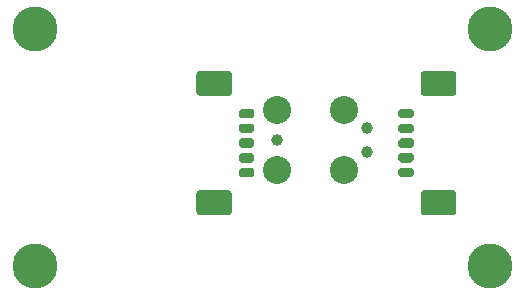
<source format=gbr>
%TF.GenerationSoftware,KiCad,Pcbnew,(5.1.12)-1*%
%TF.CreationDate,2023-04-24T20:04:47-05:00*%
%TF.ProjectId,Tag Connector,54616720-436f-46e6-9e65-63746f722e6b,rev?*%
%TF.SameCoordinates,Original*%
%TF.FileFunction,Soldermask,Bot*%
%TF.FilePolarity,Negative*%
%FSLAX46Y46*%
G04 Gerber Fmt 4.6, Leading zero omitted, Abs format (unit mm)*
G04 Created by KiCad (PCBNEW (5.1.12)-1) date 2023-04-24 20:04:47*
%MOMM*%
%LPD*%
G01*
G04 APERTURE LIST*
%ADD10C,3.800000*%
%ADD11C,2.600000*%
%ADD12C,2.374900*%
%ADD13C,0.990600*%
G04 APERTURE END LIST*
D10*
%TO.C,*%
X136885680Y-57561440D03*
D11*
X136885680Y-57561440D03*
%TD*%
D10*
%TO.C,REF\u002A\u002A*%
X175385679Y-77561440D03*
D11*
X175385679Y-77561440D03*
%TD*%
D10*
%TO.C,REF\u002A\u002A*%
X175385679Y-57561440D03*
D11*
X175385679Y-57561440D03*
%TD*%
%TO.C,REF\u002A\u002A*%
X136885680Y-77561440D03*
D10*
X136885680Y-77561440D03*
%TD*%
%TO.C,J2*%
G36*
G01*
X169805160Y-71193160D02*
X172305160Y-71193160D01*
G75*
G02*
X172555160Y-71443160I0J-250000D01*
G01*
X172555160Y-73043160D01*
G75*
G02*
X172305160Y-73293160I-250000J0D01*
G01*
X169805160Y-73293160D01*
G75*
G02*
X169555160Y-73043160I0J250000D01*
G01*
X169555160Y-71443160D01*
G75*
G02*
X169805160Y-71193160I250000J0D01*
G01*
G37*
G36*
G01*
X169805160Y-61093160D02*
X172305160Y-61093160D01*
G75*
G02*
X172555160Y-61343160I0J-250000D01*
G01*
X172555160Y-62943160D01*
G75*
G02*
X172305160Y-63193160I-250000J0D01*
G01*
X169805160Y-63193160D01*
G75*
G02*
X169555160Y-62943160I0J250000D01*
G01*
X169555160Y-61343160D01*
G75*
G02*
X169805160Y-61093160I250000J0D01*
G01*
G37*
G36*
G01*
X167855160Y-69293160D02*
X168755160Y-69293160D01*
G75*
G02*
X168955160Y-69493160I0J-200000D01*
G01*
X168955160Y-69893160D01*
G75*
G02*
X168755160Y-70093160I-200000J0D01*
G01*
X167855160Y-70093160D01*
G75*
G02*
X167655160Y-69893160I0J200000D01*
G01*
X167655160Y-69493160D01*
G75*
G02*
X167855160Y-69293160I200000J0D01*
G01*
G37*
G36*
G01*
X167855160Y-68043160D02*
X168755160Y-68043160D01*
G75*
G02*
X168955160Y-68243160I0J-200000D01*
G01*
X168955160Y-68643160D01*
G75*
G02*
X168755160Y-68843160I-200000J0D01*
G01*
X167855160Y-68843160D01*
G75*
G02*
X167655160Y-68643160I0J200000D01*
G01*
X167655160Y-68243160D01*
G75*
G02*
X167855160Y-68043160I200000J0D01*
G01*
G37*
G36*
G01*
X167855160Y-66793160D02*
X168755160Y-66793160D01*
G75*
G02*
X168955160Y-66993160I0J-200000D01*
G01*
X168955160Y-67393160D01*
G75*
G02*
X168755160Y-67593160I-200000J0D01*
G01*
X167855160Y-67593160D01*
G75*
G02*
X167655160Y-67393160I0J200000D01*
G01*
X167655160Y-66993160D01*
G75*
G02*
X167855160Y-66793160I200000J0D01*
G01*
G37*
G36*
G01*
X167855160Y-65543160D02*
X168755160Y-65543160D01*
G75*
G02*
X168955160Y-65743160I0J-200000D01*
G01*
X168955160Y-66143160D01*
G75*
G02*
X168755160Y-66343160I-200000J0D01*
G01*
X167855160Y-66343160D01*
G75*
G02*
X167655160Y-66143160I0J200000D01*
G01*
X167655160Y-65743160D01*
G75*
G02*
X167855160Y-65543160I200000J0D01*
G01*
G37*
G36*
G01*
X167855160Y-64293160D02*
X168755160Y-64293160D01*
G75*
G02*
X168955160Y-64493160I0J-200000D01*
G01*
X168955160Y-64893160D01*
G75*
G02*
X168755160Y-65093160I-200000J0D01*
G01*
X167855160Y-65093160D01*
G75*
G02*
X167655160Y-64893160I0J200000D01*
G01*
X167655160Y-64493160D01*
G75*
G02*
X167855160Y-64293160I200000J0D01*
G01*
G37*
%TD*%
D12*
%TO.C,JTAG1*%
X163078160Y-64399160D03*
X163078160Y-69479160D03*
X157363160Y-69479160D03*
X157363160Y-64399160D03*
D13*
X157363160Y-66939160D03*
X164983160Y-67955160D03*
X164983160Y-65923160D03*
%TD*%
%TO.C,J1*%
G36*
G01*
X155253160Y-70093160D02*
X154353160Y-70093160D01*
G75*
G02*
X154153160Y-69893160I0J200000D01*
G01*
X154153160Y-69493160D01*
G75*
G02*
X154353160Y-69293160I200000J0D01*
G01*
X155253160Y-69293160D01*
G75*
G02*
X155453160Y-69493160I0J-200000D01*
G01*
X155453160Y-69893160D01*
G75*
G02*
X155253160Y-70093160I-200000J0D01*
G01*
G37*
G36*
G01*
X155253160Y-68843160D02*
X154353160Y-68843160D01*
G75*
G02*
X154153160Y-68643160I0J200000D01*
G01*
X154153160Y-68243160D01*
G75*
G02*
X154353160Y-68043160I200000J0D01*
G01*
X155253160Y-68043160D01*
G75*
G02*
X155453160Y-68243160I0J-200000D01*
G01*
X155453160Y-68643160D01*
G75*
G02*
X155253160Y-68843160I-200000J0D01*
G01*
G37*
G36*
G01*
X155253160Y-67593160D02*
X154353160Y-67593160D01*
G75*
G02*
X154153160Y-67393160I0J200000D01*
G01*
X154153160Y-66993160D01*
G75*
G02*
X154353160Y-66793160I200000J0D01*
G01*
X155253160Y-66793160D01*
G75*
G02*
X155453160Y-66993160I0J-200000D01*
G01*
X155453160Y-67393160D01*
G75*
G02*
X155253160Y-67593160I-200000J0D01*
G01*
G37*
G36*
G01*
X155253160Y-66343160D02*
X154353160Y-66343160D01*
G75*
G02*
X154153160Y-66143160I0J200000D01*
G01*
X154153160Y-65743160D01*
G75*
G02*
X154353160Y-65543160I200000J0D01*
G01*
X155253160Y-65543160D01*
G75*
G02*
X155453160Y-65743160I0J-200000D01*
G01*
X155453160Y-66143160D01*
G75*
G02*
X155253160Y-66343160I-200000J0D01*
G01*
G37*
G36*
G01*
X155253160Y-65093160D02*
X154353160Y-65093160D01*
G75*
G02*
X154153160Y-64893160I0J200000D01*
G01*
X154153160Y-64493160D01*
G75*
G02*
X154353160Y-64293160I200000J0D01*
G01*
X155253160Y-64293160D01*
G75*
G02*
X155453160Y-64493160I0J-200000D01*
G01*
X155453160Y-64893160D01*
G75*
G02*
X155253160Y-65093160I-200000J0D01*
G01*
G37*
G36*
G01*
X153303160Y-73293160D02*
X150803160Y-73293160D01*
G75*
G02*
X150553160Y-73043160I0J250000D01*
G01*
X150553160Y-71443160D01*
G75*
G02*
X150803160Y-71193160I250000J0D01*
G01*
X153303160Y-71193160D01*
G75*
G02*
X153553160Y-71443160I0J-250000D01*
G01*
X153553160Y-73043160D01*
G75*
G02*
X153303160Y-73293160I-250000J0D01*
G01*
G37*
G36*
G01*
X153303160Y-63193160D02*
X150803160Y-63193160D01*
G75*
G02*
X150553160Y-62943160I0J250000D01*
G01*
X150553160Y-61343160D01*
G75*
G02*
X150803160Y-61093160I250000J0D01*
G01*
X153303160Y-61093160D01*
G75*
G02*
X153553160Y-61343160I0J-250000D01*
G01*
X153553160Y-62943160D01*
G75*
G02*
X153303160Y-63193160I-250000J0D01*
G01*
G37*
%TD*%
M02*

</source>
